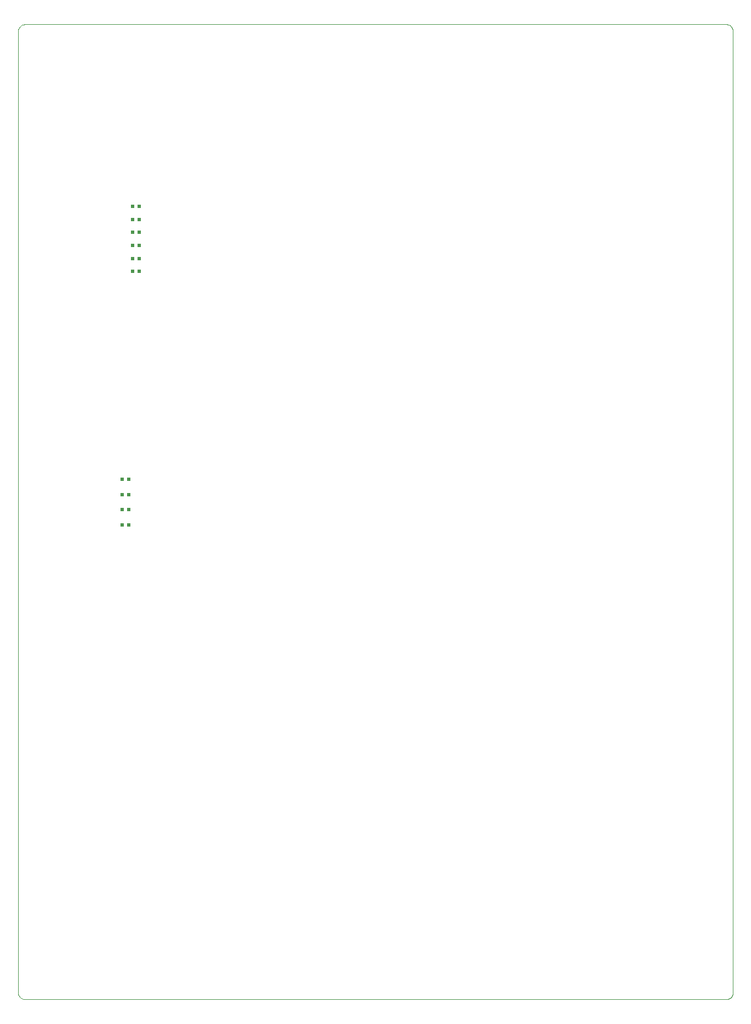
<source format=gbr>
G04 PROTEUS GERBER X2 FILE*
%TF.GenerationSoftware,Labcenter,Proteus,8.15-SP0-Build33980*%
%TF.CreationDate,2023-03-15T16:04:22+00:00*%
%TF.FileFunction,Paste,Bot*%
%TF.FilePolarity,Positive*%
%TF.Part,Single*%
%TF.SameCoordinates,{4545a914-5e6f-4f91-a9de-dead5439e7db}*%
%FSLAX45Y45*%
%MOMM*%
G01*
%TA.AperFunction,Material*%
%ADD119R,0.558800X0.609600*%
%TA.AperFunction,Profile*%
%ADD47C,0.101600*%
%TD.AperFunction*%
D119*
X-3740000Y+4800000D03*
X-3640000Y+4800000D03*
X-3740000Y+5000000D03*
X-3640000Y+5000000D03*
X-3740000Y+5200000D03*
X-3640000Y+5200000D03*
X-3740000Y+4200000D03*
X-3640000Y+4200000D03*
X-3740000Y+4400000D03*
X-3640000Y+4400000D03*
X-3740000Y+4600000D03*
X-3640000Y+4600000D03*
X-3900000Y+1000000D03*
X-3800000Y+1000000D03*
X-3900000Y+766666D03*
X-3800000Y+766666D03*
X-3900000Y+533333D03*
X-3800000Y+533333D03*
X-3900000Y+300000D03*
X-3800000Y+300000D03*
D47*
X+5500000Y-6900000D02*
X+5498010Y-6920447D01*
X+5492285Y-6939355D01*
X+5471094Y-6971094D01*
X+5439356Y-6992285D01*
X+5420447Y-6998010D01*
X+5400000Y-7000000D01*
X-5500000Y-6900000D02*
X-5498010Y-6920447D01*
X-5492285Y-6939355D01*
X-5471094Y-6971094D01*
X-5439356Y-6992285D01*
X-5420447Y-6998010D01*
X-5400000Y-7000000D01*
X+5400000Y+8000000D02*
X+5420447Y+7998010D01*
X+5439356Y+7992285D01*
X+5471094Y+7971094D01*
X+5492285Y+7939355D01*
X+5498010Y+7920447D01*
X+5500000Y+7900000D01*
X-5400000Y+8000000D02*
X-5420447Y+7998010D01*
X-5439356Y+7992285D01*
X-5471094Y+7971094D01*
X-5492285Y+7939355D01*
X-5498010Y+7920447D01*
X-5500000Y+7900000D01*
X-5400000Y+8000000D02*
X+5400000Y+8000000D01*
X+5500000Y+7900000D02*
X+5500000Y-6900000D01*
X+5400000Y-7000000D02*
X-5400000Y-7000000D01*
X-5500000Y-6900000D02*
X-5500000Y+7900000D01*
M02*

</source>
